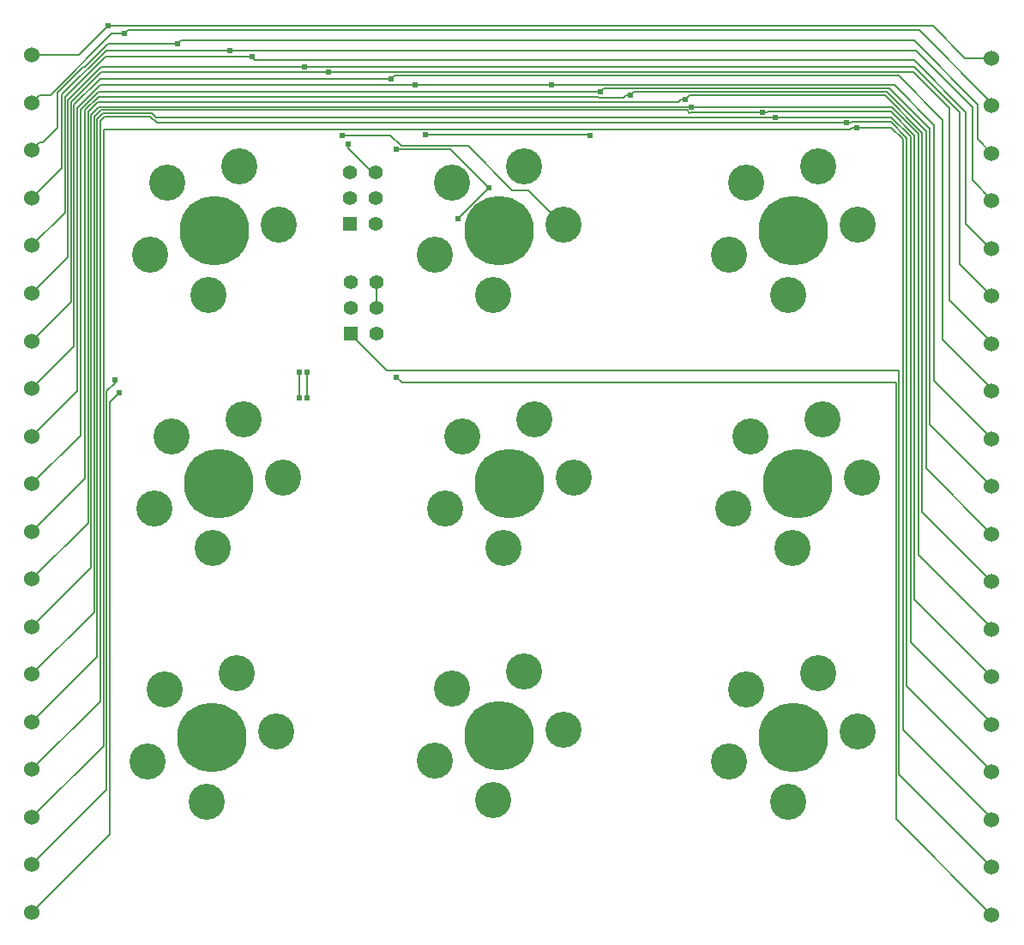
<source format=gbl>
G04 #@! TF.GenerationSoftware,KiCad,Pcbnew,5.0.0-fee4fd1~66~ubuntu18.04.1*
G04 #@! TF.CreationDate,2018-11-16T02:20:25-05:00*
G04 #@! TF.ProjectId,plugboard,706C7567626F6172642E6B696361645F,rev?*
G04 #@! TF.SameCoordinates,Original*
G04 #@! TF.FileFunction,Copper,L2,Bot,Signal*
G04 #@! TF.FilePolarity,Positive*
%FSLAX46Y46*%
G04 Gerber Fmt 4.6, Leading zero omitted, Abs format (unit mm)*
G04 Created by KiCad (PCBNEW 5.0.0-fee4fd1~66~ubuntu18.04.1) date Fri Nov 16 02:20:25 2018*
%MOMM*%
%LPD*%
G01*
G04 APERTURE LIST*
G04 #@! TA.AperFunction,ComponentPad*
%ADD10C,3.556000*%
G04 #@! TD*
G04 #@! TA.AperFunction,ComponentPad*
%ADD11C,6.858000*%
G04 #@! TD*
G04 #@! TA.AperFunction,ComponentPad*
%ADD12C,1.524000*%
G04 #@! TD*
G04 #@! TA.AperFunction,ComponentPad*
%ADD13R,1.400000X1.400000*%
G04 #@! TD*
G04 #@! TA.AperFunction,ComponentPad*
%ADD14C,1.400000*%
G04 #@! TD*
G04 #@! TA.AperFunction,ViaPad*
%ADD15C,0.609600*%
G04 #@! TD*
G04 #@! TA.AperFunction,Conductor*
%ADD16C,0.152400*%
G04 #@! TD*
G04 APERTURE END LIST*
D10*
G04 #@! TO.P,J2,4*
G04 #@! TO.N,N/C*
X141249400Y-99822000D03*
G04 #@! TO.P,J2,1*
G04 #@! TO.N,Net-(J2-Pad1)*
X134137400Y-101498400D03*
G04 #@! TO.P,J2,5*
G04 #@! TO.N,N/C*
X132461000Y-108610400D03*
G04 #@! TO.P,J2,3*
G04 #@! TO.N,Net-(J2-Pad3)*
X145161000Y-105613200D03*
G04 #@! TO.P,J2,2*
G04 #@! TO.N,Net-(J2-Pad2)*
X138252200Y-112522000D03*
D11*
G04 #@! TO.P,J2,0*
G04 #@! TO.N,N/C*
X138811000Y-106172000D03*
G04 #@! TD*
D10*
G04 #@! TO.P,J1,4*
G04 #@! TO.N,N/C*
X113131600Y-99822000D03*
G04 #@! TO.P,J1,1*
G04 #@! TO.N,Net-(J1-Pad1)*
X106019600Y-101498400D03*
G04 #@! TO.P,J1,5*
G04 #@! TO.N,N/C*
X104343200Y-108610400D03*
G04 #@! TO.P,J1,3*
G04 #@! TO.N,Net-(J1-Pad3)*
X117043200Y-105613200D03*
G04 #@! TO.P,J1,2*
G04 #@! TO.N,Net-(J1-Pad2)*
X110134400Y-112522000D03*
D11*
G04 #@! TO.P,J1,0*
G04 #@! TO.N,N/C*
X110693200Y-106172000D03*
G04 #@! TD*
D10*
G04 #@! TO.P,J9,4*
G04 #@! TO.N,N/C*
X141249400Y-149733000D03*
G04 #@! TO.P,J9,1*
G04 #@! TO.N,Net-(J9-Pad1)*
X134137400Y-151409400D03*
G04 #@! TO.P,J9,5*
G04 #@! TO.N,N/C*
X132461000Y-158521400D03*
G04 #@! TO.P,J9,3*
G04 #@! TO.N,Net-(J9-Pad3)*
X145161000Y-155524200D03*
G04 #@! TO.P,J9,2*
G04 #@! TO.N,Net-(J9-Pad2)*
X138252200Y-162433000D03*
D11*
G04 #@! TO.P,J9,0*
G04 #@! TO.N,N/C*
X138811000Y-156083000D03*
G04 #@! TD*
D10*
G04 #@! TO.P,J8,4*
G04 #@! TO.N,N/C*
X112928400Y-149860000D03*
G04 #@! TO.P,J8,1*
G04 #@! TO.N,Net-(J8-Pad1)*
X105816400Y-151536400D03*
G04 #@! TO.P,J8,5*
G04 #@! TO.N,N/C*
X104140000Y-158648400D03*
G04 #@! TO.P,J8,3*
G04 #@! TO.N,Net-(J8-Pad3)*
X116840000Y-155651200D03*
G04 #@! TO.P,J8,2*
G04 #@! TO.N,Net-(J8-Pad2)*
X109931200Y-162560000D03*
D11*
G04 #@! TO.P,J8,0*
G04 #@! TO.N,N/C*
X110490000Y-156210000D03*
G04 #@! TD*
D10*
G04 #@! TO.P,J3,4*
G04 #@! TO.N,N/C*
X170332400Y-99822000D03*
G04 #@! TO.P,J3,1*
G04 #@! TO.N,Net-(J3-Pad1)*
X163220400Y-101498400D03*
G04 #@! TO.P,J3,5*
G04 #@! TO.N,N/C*
X161544000Y-108610400D03*
G04 #@! TO.P,J3,3*
G04 #@! TO.N,Net-(J3-Pad3)*
X174244000Y-105613200D03*
G04 #@! TO.P,J3,2*
G04 #@! TO.N,Net-(J3-Pad2)*
X167335200Y-112522000D03*
D11*
G04 #@! TO.P,J3,0*
G04 #@! TO.N,N/C*
X167894000Y-106172000D03*
G04 #@! TD*
D10*
G04 #@! TO.P,J5,4*
G04 #@! TO.N,N/C*
X142265400Y-124841000D03*
G04 #@! TO.P,J5,1*
G04 #@! TO.N,Net-(J5-Pad1)*
X135153400Y-126517400D03*
G04 #@! TO.P,J5,5*
G04 #@! TO.N,N/C*
X133477000Y-133629400D03*
G04 #@! TO.P,J5,3*
G04 #@! TO.N,Net-(J5-Pad3)*
X146177000Y-130632200D03*
G04 #@! TO.P,J5,2*
G04 #@! TO.N,Net-(J5-Pad2)*
X139268200Y-137541000D03*
D11*
G04 #@! TO.P,J5,0*
G04 #@! TO.N,N/C*
X139827000Y-131191000D03*
G04 #@! TD*
D10*
G04 #@! TO.P,J6,4*
G04 #@! TO.N,N/C*
X170738800Y-124841000D03*
G04 #@! TO.P,J6,1*
G04 #@! TO.N,Net-(J6-Pad1)*
X163626800Y-126517400D03*
G04 #@! TO.P,J6,5*
G04 #@! TO.N,N/C*
X161950400Y-133629400D03*
G04 #@! TO.P,J6,3*
G04 #@! TO.N,Net-(J6-Pad3)*
X174650400Y-130632200D03*
G04 #@! TO.P,J6,2*
G04 #@! TO.N,Net-(J6-Pad2)*
X167741600Y-137541000D03*
D11*
G04 #@! TO.P,J6,0*
G04 #@! TO.N,N/C*
X168300400Y-131191000D03*
G04 #@! TD*
D10*
G04 #@! TO.P,J4,4*
G04 #@! TO.N,N/C*
X113563400Y-124841000D03*
G04 #@! TO.P,J4,1*
G04 #@! TO.N,Net-(J4-Pad1)*
X106451400Y-126517400D03*
G04 #@! TO.P,J4,5*
G04 #@! TO.N,N/C*
X104775000Y-133629400D03*
G04 #@! TO.P,J4,3*
G04 #@! TO.N,Net-(J4-Pad3)*
X117475000Y-130632200D03*
G04 #@! TO.P,J4,2*
G04 #@! TO.N,Net-(J4-Pad2)*
X110566200Y-137541000D03*
D11*
G04 #@! TO.P,J4,0*
G04 #@! TO.N,N/C*
X111125000Y-131191000D03*
G04 #@! TD*
D10*
G04 #@! TO.P,J10,4*
G04 #@! TO.N,N/C*
X170332400Y-149860000D03*
G04 #@! TO.P,J10,1*
G04 #@! TO.N,Net-(J10-Pad1)*
X163220400Y-151536400D03*
G04 #@! TO.P,J10,5*
G04 #@! TO.N,N/C*
X161544000Y-158648400D03*
G04 #@! TO.P,J10,3*
G04 #@! TO.N,Net-(J10-Pad3)*
X174244000Y-155651200D03*
G04 #@! TO.P,J10,2*
G04 #@! TO.N,Net-(J10-Pad2)*
X167335200Y-162560000D03*
D11*
G04 #@! TO.P,J10,0*
G04 #@! TO.N,N/C*
X167894000Y-156210000D03*
G04 #@! TD*
D12*
G04 #@! TO.P,J11,1*
G04 #@! TO.N,/SQ*
X187452000Y-89152000D03*
G04 #@! TO.P,J11,2*
G04 #@! TO.N,/SR*
X187452000Y-93852000D03*
G04 #@! TO.P,J11,3*
G04 #@! TO.N,/SD*
X187452000Y-98552000D03*
G04 #@! TO.P,J11,4*
G04 #@! TO.N,/SP*
X187452000Y-103252000D03*
G04 #@! TO.P,J11,5*
G04 #@! TO.N,/SC*
X187452000Y-107952000D03*
G04 #@! TO.P,J11,6*
G04 #@! TO.N,/SW*
X187452000Y-112652000D03*
G04 #@! TO.P,J11,7*
G04 #@! TO.N,/ST*
X187452000Y-117352000D03*
G04 #@! TO.P,J11,8*
G04 #@! TO.N,/SA*
X187452000Y-122052000D03*
G04 #@! TO.P,J11,9*
G04 #@! TO.N,/SF*
X187452000Y-126752000D03*
G04 #@! TO.P,J11,10*
G04 #@! TO.N,/SY*
X187452000Y-131452000D03*
G04 #@! TO.P,J11,11*
G04 #@! TO.N,/SV*
X187452000Y-136152000D03*
G04 #@! TO.P,J11,12*
G04 #@! TO.N,/SE*
X187452000Y-140852000D03*
G04 #@! TO.P,J11,13*
G04 #@! TO.N,/SZ*
X187452000Y-145552000D03*
G04 #@! TO.P,J11,14*
G04 #@! TO.N,/SS*
X187452000Y-150252000D03*
G04 #@! TO.P,J11,15*
G04 #@! TO.N,/SG*
X187452000Y-154952000D03*
G04 #@! TO.P,J11,16*
G04 #@! TO.N,/SX*
X187452000Y-159652000D03*
G04 #@! TO.P,J11,17*
G04 #@! TO.N,/SB*
X187452000Y-164352000D03*
G04 #@! TO.P,J11,18*
G04 #@! TO.N,VCC*
X187452000Y-169052000D03*
G04 #@! TO.P,J11,19*
G04 #@! TO.N,GND*
X187452000Y-173752000D03*
G04 #@! TD*
D13*
G04 #@! TO.P,P1,1*
G04 #@! TO.N,VCC*
X124206000Y-116332000D03*
D14*
G04 #@! TO.P,P1,2*
G04 #@! TO.N,GND*
X126746000Y-116332000D03*
G04 #@! TO.P,P1,3*
G04 #@! TO.N,/~EN*
X124206000Y-113792000D03*
G04 #@! TO.P,P1,4*
G04 #@! TO.N,GND*
X126746000Y-113792000D03*
G04 #@! TO.P,P1,5*
G04 #@! TO.N,/~CS*
X124206000Y-111252000D03*
G04 #@! TO.P,P1,6*
G04 #@! TO.N,GND*
X126746000Y-111252000D03*
G04 #@! TD*
G04 #@! TO.P,P2,6*
G04 #@! TO.N,/Dout*
X126619000Y-100457000D03*
G04 #@! TO.P,P2,5*
G04 #@! TO.N,/A2*
X124079000Y-100457000D03*
G04 #@! TO.P,P2,4*
G04 #@! TO.N,/A4*
X126619000Y-102997000D03*
G04 #@! TO.P,P2,3*
G04 #@! TO.N,/A1*
X124079000Y-102997000D03*
G04 #@! TO.P,P2,2*
G04 #@! TO.N,/A3*
X126619000Y-105537000D03*
D13*
G04 #@! TO.P,P2,1*
G04 #@! TO.N,/A0*
X124079000Y-105537000D03*
G04 #@! TD*
D12*
G04 #@! TO.P,J7,1*
G04 #@! TO.N,/SQ*
X92710000Y-88888000D03*
G04 #@! TO.P,J7,2*
G04 #@! TO.N,/SR*
X92710000Y-93588000D03*
G04 #@! TO.P,J7,3*
G04 #@! TO.N,/SD*
X92710000Y-98288000D03*
G04 #@! TO.P,J7,4*
G04 #@! TO.N,/SP*
X92710000Y-102988000D03*
G04 #@! TO.P,J7,5*
G04 #@! TO.N,/SC*
X92710000Y-107688000D03*
G04 #@! TO.P,J7,6*
G04 #@! TO.N,/SW*
X92710000Y-112388000D03*
G04 #@! TO.P,J7,7*
G04 #@! TO.N,/ST*
X92710000Y-117088000D03*
G04 #@! TO.P,J7,8*
G04 #@! TO.N,/SA*
X92710000Y-121788000D03*
G04 #@! TO.P,J7,9*
G04 #@! TO.N,/SF*
X92710000Y-126488000D03*
G04 #@! TO.P,J7,10*
G04 #@! TO.N,/SY*
X92710000Y-131188000D03*
G04 #@! TO.P,J7,11*
G04 #@! TO.N,/SV*
X92710000Y-135888000D03*
G04 #@! TO.P,J7,12*
G04 #@! TO.N,/SE*
X92710000Y-140588000D03*
G04 #@! TO.P,J7,13*
G04 #@! TO.N,/SZ*
X92710000Y-145288000D03*
G04 #@! TO.P,J7,14*
G04 #@! TO.N,/SS*
X92710000Y-149988000D03*
G04 #@! TO.P,J7,15*
G04 #@! TO.N,/SG*
X92710000Y-154688000D03*
G04 #@! TO.P,J7,16*
G04 #@! TO.N,/SX*
X92710000Y-159388000D03*
G04 #@! TO.P,J7,17*
G04 #@! TO.N,/SB*
X92710000Y-164088000D03*
G04 #@! TO.P,J7,18*
G04 #@! TO.N,VCC*
X92710000Y-168788000D03*
G04 #@! TO.P,J7,19*
G04 #@! TO.N,GND*
X92710000Y-173488000D03*
G04 #@! TD*
D15*
G04 #@! TO.N,VCC*
X100863400Y-120904000D03*
G04 #@! TO.N,GND*
X101346000Y-122174000D03*
X137795000Y-101981000D03*
X134747000Y-105029000D03*
X128651000Y-98171000D03*
X128651000Y-120650000D03*
G04 #@! TO.N,/Dout*
X123952000Y-97663000D03*
G04 #@! TO.N,Net-(J2-Pad3)*
X123317000Y-96774000D03*
G04 #@! TO.N,Net-(J4-Pad3)*
X119126000Y-120142000D03*
X119126000Y-122707400D03*
G04 #@! TO.N,Net-(J5-Pad3)*
X131572000Y-96748540D03*
X147828000Y-96774000D03*
G04 #@! TO.N,Net-(J8-Pad3)*
X119888000Y-120142000D03*
X119888000Y-122707400D03*
G04 #@! TO.N,/SQ*
X100203000Y-85979000D03*
G04 #@! TO.N,/SP*
X112268000Y-88392000D03*
G04 #@! TO.N,/SW*
X119634000Y-90043000D03*
G04 #@! TO.N,/SA*
X128143000Y-91211400D03*
G04 #@! TO.N,/SY*
X148844000Y-92456000D03*
G04 #@! TO.N,/SE*
X157226000Y-93218000D03*
G04 #@! TO.N,/SS*
X164833877Y-94523825D03*
G04 #@! TO.N,/SX*
X173101000Y-95529400D03*
G04 #@! TO.N,/SR*
X101854000Y-86741000D03*
G04 #@! TO.N,/SD*
X107061000Y-87757000D03*
G04 #@! TO.N,/SC*
X114405825Y-89027000D03*
G04 #@! TO.N,/ST*
X121945056Y-90576400D03*
G04 #@! TO.N,/SF*
X130556000Y-91836150D03*
X144018000Y-91836150D03*
G04 #@! TO.N,/SV*
X151765000Y-92837000D03*
G04 #@! TO.N,/SZ*
X157817873Y-93990425D03*
G04 #@! TO.N,/SG*
X166116000Y-94996000D03*
G04 #@! TO.N,/SB*
X174117000Y-96012000D03*
G04 #@! TD*
D16*
G04 #@! TO.N,VCC*
X100050670Y-161447330D02*
X100050670Y-122072330D01*
X92710000Y-168788000D02*
X100050670Y-161447330D01*
X100050670Y-122072330D02*
X100863400Y-121259600D01*
X100863400Y-121259600D02*
X100863400Y-120904000D01*
X187452000Y-169052000D02*
X178308000Y-159908000D01*
X178308000Y-159908000D02*
X178308000Y-120015000D01*
X178308000Y-120015000D02*
X127762000Y-120015000D01*
X127762000Y-120015000D02*
X124460000Y-116713000D01*
G04 #@! TO.N,GND*
X100355480Y-165842520D02*
X100355480Y-161573586D01*
X92710000Y-173488000D02*
X100355480Y-165842520D01*
X100355480Y-161573586D02*
X100355480Y-123164520D01*
X100355480Y-123164520D02*
X101346000Y-122174000D01*
X126746000Y-113792000D02*
X126746000Y-111125000D01*
X137795000Y-101981000D02*
X134747000Y-105029000D01*
X133985000Y-98171000D02*
X137795000Y-101981000D01*
X128651000Y-98171000D02*
X133985000Y-98171000D01*
X178003190Y-164303190D02*
X178003190Y-121234190D01*
X187452000Y-173752000D02*
X178003190Y-164303190D01*
X129235190Y-121234190D02*
X128651000Y-120650000D01*
X178003190Y-121234190D02*
X129235190Y-121234190D01*
G04 #@! TO.N,/Dout*
X123952000Y-98094052D02*
X126314948Y-100457000D01*
X123952000Y-97663000D02*
X123952000Y-98094052D01*
X126314948Y-100457000D02*
X126746000Y-100457000D01*
G04 #@! TO.N,Net-(J2-Pad3)*
X129135624Y-97866190D02*
X135331190Y-97866190D01*
X123317000Y-96774000D02*
X128043434Y-96774000D01*
X128043434Y-96774000D02*
X129135624Y-97866190D01*
X135730480Y-97866190D02*
X140099290Y-102235000D01*
X135331190Y-97866190D02*
X135730480Y-97866190D01*
X140099290Y-102235000D02*
X141732000Y-102235000D01*
X141732000Y-102235000D02*
X144907000Y-105410000D01*
G04 #@! TO.N,Net-(J4-Pad3)*
X119126000Y-120142000D02*
X119126000Y-122707400D01*
G04 #@! TO.N,Net-(J5-Pad3)*
X131572000Y-96748540D02*
X147802540Y-96748540D01*
X147802540Y-96748540D02*
X147828000Y-96774000D01*
G04 #@! TO.N,Net-(J8-Pad3)*
X119888000Y-120142000D02*
X119888000Y-122707400D01*
G04 #@! TO.N,/SQ*
X97294000Y-88888000D02*
X100203000Y-85979000D01*
X92710000Y-88888000D02*
X97294000Y-88888000D01*
X181651003Y-85979000D02*
X184826003Y-89154000D01*
X100203000Y-85979000D02*
X181651003Y-85979000D01*
X184826003Y-89154000D02*
X187452000Y-89154000D01*
G04 #@! TO.N,/SP*
X112268000Y-88392000D02*
X179959000Y-88392000D01*
X179959000Y-88392000D02*
X185547000Y-93980000D01*
X185547000Y-93980000D02*
X185547000Y-101219000D01*
X185547000Y-101219000D02*
X187452000Y-103124000D01*
X95631000Y-92760066D02*
X99999066Y-88392000D01*
X99999066Y-88392000D02*
X112268000Y-88392000D01*
X92710000Y-102988000D02*
X95631000Y-100067000D01*
X95631000Y-100067000D02*
X95631000Y-92760066D01*
G04 #@! TO.N,/SW*
X119634000Y-90043000D02*
X179832000Y-90043000D01*
X179832000Y-90043000D02*
X184277000Y-94488000D01*
X184277000Y-94488000D02*
X184277000Y-109474000D01*
X184277000Y-109474000D02*
X187452000Y-112649000D01*
X96240620Y-108857380D02*
X96240620Y-93370380D01*
X92710000Y-112388000D02*
X96240620Y-108857380D01*
X99568000Y-90043000D02*
X119634000Y-90043000D01*
X96240620Y-93370380D02*
X99568000Y-90043000D01*
G04 #@! TO.N,/SA*
X128447799Y-90906601D02*
X178282601Y-90906601D01*
X128143000Y-91211400D02*
X128447799Y-90906601D01*
X178282601Y-90906601D02*
X182626000Y-95250000D01*
X182626000Y-95250000D02*
X182626000Y-116967000D01*
X182626000Y-116967000D02*
X187579000Y-121920000D01*
X96850240Y-117647760D02*
X96850240Y-93776760D01*
X92710000Y-121788000D02*
X96850240Y-117647760D01*
X96850240Y-93776760D02*
X99441000Y-91186000D01*
X99466400Y-91211400D02*
X128143000Y-91211400D01*
X99441000Y-91186000D02*
X99466400Y-91211400D01*
G04 #@! TO.N,/SY*
X149148799Y-92151201D02*
X177368201Y-92151201D01*
X148844000Y-92456000D02*
X149148799Y-92151201D01*
X177368201Y-92151201D02*
X181356000Y-96139000D01*
X181356000Y-96139000D02*
X181356000Y-125349000D01*
X181356000Y-125349000D02*
X187452000Y-131445000D01*
X97459860Y-126438140D02*
X97459860Y-94310140D01*
X92710000Y-131188000D02*
X97459860Y-126438140D01*
X99314000Y-92456000D02*
X148844000Y-92456000D01*
X97459860Y-94310140D02*
X99314000Y-92456000D01*
G04 #@! TO.N,/SE*
X98221810Y-135076190D02*
X98221810Y-94410322D01*
X92710000Y-140588000D02*
X98221810Y-135076190D01*
X98221810Y-94410322D02*
X99160132Y-93472000D01*
X156794948Y-93218000D02*
X157226000Y-93218000D01*
X156540948Y-93472000D02*
X156794948Y-93218000D01*
X99160132Y-93472000D02*
X156540948Y-93472000D01*
X157226000Y-93218000D02*
X157606989Y-92837011D01*
X157606989Y-92837011D02*
X176911011Y-92837011D01*
X176911011Y-92837011D02*
X180594000Y-96520000D01*
X180594000Y-96520000D02*
X180594000Y-133985000D01*
X180594000Y-133985000D02*
X187452000Y-140843000D01*
G04 #@! TO.N,/SS*
X157744189Y-94523825D02*
X164833877Y-94523825D01*
X92710000Y-149988000D02*
X98831430Y-143866570D01*
X99506765Y-94295235D02*
X157333249Y-94295235D01*
X98831430Y-143866570D02*
X98831430Y-94970570D01*
X157333249Y-94295235D02*
X157653014Y-94615000D01*
X98831430Y-94970570D02*
X99506765Y-94295235D01*
X157653014Y-94615000D02*
X157744189Y-94523825D01*
X165326155Y-94462599D02*
X177520599Y-94462599D01*
X164833877Y-94523825D02*
X165264929Y-94523825D01*
X165264929Y-94523825D02*
X165326155Y-94462599D01*
X177520599Y-94462599D02*
X179832000Y-96774000D01*
X179832000Y-96774000D02*
X179832000Y-142621000D01*
X179832000Y-142621000D02*
X187579000Y-150368000D01*
G04 #@! TO.N,/SX*
X172669948Y-95529400D02*
X173101000Y-95529400D01*
X92710000Y-159388000D02*
X99441050Y-152656950D01*
X99441050Y-95376950D02*
X99898190Y-94919810D01*
X99898190Y-94919810D02*
X104394744Y-94919810D01*
X99441050Y-152656950D02*
X99441050Y-95376950D01*
X104394744Y-94919810D02*
X105004334Y-95529400D01*
X105004334Y-95529400D02*
X172669948Y-95529400D01*
X173582853Y-95478599D02*
X177520599Y-95478599D01*
X173101000Y-95529400D02*
X173532052Y-95529400D01*
X173532052Y-95529400D02*
X173582853Y-95478599D01*
X177520599Y-95478599D02*
X179070000Y-97028000D01*
X179070000Y-97028000D02*
X179070000Y-151130000D01*
X179070000Y-151130000D02*
X187452000Y-159512000D01*
G04 #@! TO.N,/SR*
X93471999Y-92826001D02*
X94498999Y-92826001D01*
X92710000Y-93588000D02*
X93471999Y-92826001D01*
X100584000Y-86741000D02*
X101854000Y-86741000D01*
X94498999Y-92826001D02*
X100584000Y-86741000D01*
X102158799Y-86436201D02*
X180289201Y-86436201D01*
X101854000Y-86741000D02*
X102158799Y-86436201D01*
X180289201Y-86436201D02*
X187452000Y-93599000D01*
G04 #@! TO.N,/SD*
X107365799Y-87452201D02*
X179781201Y-87452201D01*
X107061000Y-87757000D02*
X107365799Y-87452201D01*
X179781201Y-87452201D02*
X186055000Y-93726000D01*
X186055000Y-93726000D02*
X186055000Y-97155000D01*
X186055000Y-97155000D02*
X187452000Y-98552000D01*
X93471999Y-97526001D02*
X93735999Y-97526001D01*
X92710000Y-98288000D02*
X93471999Y-97526001D01*
X93735999Y-97526001D02*
X95250000Y-96012000D01*
X95250000Y-96012000D02*
X95250000Y-92583000D01*
X97790000Y-90043000D02*
X97917000Y-90043000D01*
X95250000Y-92583000D02*
X97790000Y-90043000D01*
X97917000Y-90043000D02*
X100203000Y-87757000D01*
X100203000Y-87757000D02*
X107061000Y-87757000D01*
G04 #@! TO.N,/SC*
X114710624Y-89331799D02*
X179755799Y-89331799D01*
X114405825Y-89027000D02*
X114710624Y-89331799D01*
X179755799Y-89331799D02*
X184912000Y-94488000D01*
X184912000Y-94488000D02*
X184912000Y-105537000D01*
X184912000Y-105537000D02*
X187325000Y-107950000D01*
X187325000Y-107950000D02*
X187706000Y-107950000D01*
X95935810Y-104462190D02*
X95935810Y-93040190D01*
X92710000Y-107688000D02*
X95935810Y-104462190D01*
X95935810Y-93040190D02*
X99949000Y-89027000D01*
X99949000Y-89027000D02*
X114405825Y-89027000D01*
G04 #@! TO.N,/ST*
X121945056Y-90576400D02*
X179730400Y-90576400D01*
X179730400Y-90576400D02*
X183261000Y-94107000D01*
X183261000Y-94107000D02*
X183261000Y-113030000D01*
X183261000Y-113030000D02*
X187452000Y-117221000D01*
X96545430Y-113252570D02*
X96545430Y-93496636D01*
X92710000Y-117088000D02*
X96545430Y-113252570D01*
X96545430Y-93496636D02*
X99491066Y-90551000D01*
X121514004Y-90576400D02*
X121945056Y-90576400D01*
X119377966Y-90576400D02*
X121514004Y-90576400D01*
X119352566Y-90551000D02*
X119377966Y-90576400D01*
X99491066Y-90551000D02*
X119352566Y-90551000D01*
G04 #@! TO.N,/SF*
X177815150Y-91836150D02*
X181737000Y-95758000D01*
X181737000Y-95758000D02*
X181737000Y-121031000D01*
X181737000Y-121031000D02*
X187325000Y-126619000D01*
X99425850Y-91836150D02*
X130556000Y-91836150D01*
X97155050Y-94106950D02*
X99425850Y-91836150D01*
X92710000Y-126488000D02*
X97155050Y-122042950D01*
X97155050Y-122042950D02*
X97155050Y-94106950D01*
X143891000Y-91836150D02*
X144018000Y-91836150D01*
X143891000Y-91836150D02*
X177815150Y-91836150D01*
X130556000Y-91836150D02*
X143891000Y-91836150D01*
G04 #@! TO.N,/SV*
X152069799Y-92532201D02*
X177114201Y-92532201D01*
X151765000Y-92837000D02*
X152069799Y-92532201D01*
X177114201Y-92532201D02*
X180975000Y-96393000D01*
X180975000Y-96393000D02*
X180975000Y-129667000D01*
X180975000Y-129667000D02*
X187452000Y-136144000D01*
X97917000Y-130681000D02*
X97917000Y-94284066D01*
X92710000Y-135888000D02*
X97917000Y-130681000D01*
X97917000Y-94284066D02*
X99237066Y-92964000D01*
X148562566Y-92964000D02*
X148689566Y-93091000D01*
X99237066Y-92964000D02*
X148562566Y-92964000D01*
X151333948Y-92837000D02*
X151765000Y-92837000D01*
X151079948Y-93091000D02*
X151333948Y-92837000D01*
X148689566Y-93091000D02*
X151079948Y-93091000D01*
G04 #@! TO.N,/SZ*
X98526620Y-139471380D02*
X98526620Y-94767380D01*
X92710000Y-145288000D02*
X98526620Y-139471380D01*
X98526620Y-94767380D02*
X99314000Y-93980000D01*
X99324425Y-93990425D02*
X157817873Y-93990425D01*
X99314000Y-93980000D02*
X99324425Y-93990425D01*
X157817873Y-93990425D02*
X177556425Y-93990425D01*
X177556425Y-93990425D02*
X180213000Y-96647000D01*
X180213000Y-96647000D02*
X180213000Y-138176000D01*
X180213000Y-138176000D02*
X187325000Y-145288000D01*
G04 #@! TO.N,/SG*
X99136240Y-148261760D02*
X99136240Y-95173760D01*
X104521000Y-94615000D02*
X104963226Y-95057226D01*
X165546774Y-95057226D02*
X165557201Y-95046799D01*
X99695000Y-94615000D02*
X104521000Y-94615000D01*
X99136240Y-95173760D02*
X99695000Y-94615000D01*
X92710000Y-154688000D02*
X99136240Y-148261760D01*
X165684948Y-94996000D02*
X165623722Y-95057226D01*
X165623722Y-95057226D02*
X165481000Y-95057226D01*
X166116000Y-94996000D02*
X165684948Y-94996000D01*
X104963226Y-95057226D02*
X165481000Y-95057226D01*
X165481000Y-95057226D02*
X165546774Y-95057226D01*
X166116000Y-94996000D02*
X177546000Y-94996000D01*
X177546000Y-94996000D02*
X179451000Y-96901000D01*
X179451000Y-96901000D02*
X179451000Y-146812000D01*
X179451000Y-146812000D02*
X187579000Y-154940000D01*
G04 #@! TO.N,/SB*
X99745860Y-157052140D02*
X99745860Y-96215140D01*
X92710000Y-164088000D02*
X99745860Y-157052140D01*
X173685948Y-96012000D02*
X174117000Y-96012000D01*
X173482808Y-96215140D02*
X173685948Y-96012000D01*
X99745860Y-96215140D02*
X173482808Y-96215140D01*
X174117000Y-96012000D02*
X177546000Y-96012000D01*
X177546000Y-96012000D02*
X178689000Y-97155000D01*
X178689000Y-97155000D02*
X178689000Y-155448000D01*
X178689000Y-155448000D02*
X187452000Y-164211000D01*
G04 #@! TD*
M02*

</source>
